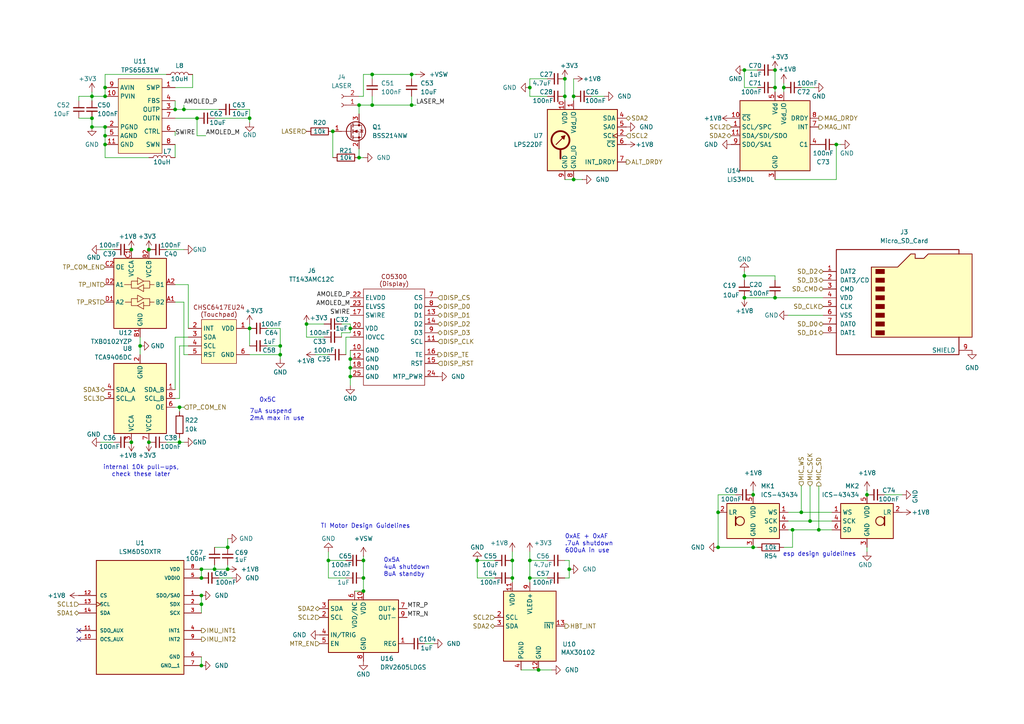
<source format=kicad_sch>
(kicad_sch (version 20250114) (generator "eeschema") (generator_version "9.0")
  (paper "A4")
  (text "0xAE + 0xAF\n.7uA shutdown\n600uA in use" (at 163.83 160.528 0) (effects (font (size 1.27 1.27)) (justify left bottom)))
  (text "internal 10k pull-ups,\ncheck these later" (at 40.894 136.652 0) (effects (font (size 1.27 1.27))))
  (text "esp design guidelines" (at 227.076 161.544 0) (effects (font (size 1.27 1.27)) (justify left bottom)))
  (text "TI Motor Design Guidelines" (at 92.964 153.416 0) (effects (font (size 1.27 1.27)) (justify left bottom)))
  (text "0x5C" (at 75.184 116.84 0) (effects (font (size 1.27 1.27)) (justify left bottom)))
  (text "7uA suspend\n2mA max in use" (at 72.39 122.174 0) (effects (font (size 1.27 1.27)) (justify left bottom)))
  (text "0x5A\n4uA shutdown\n8uA standby\n" (at 111.252 167.386 0) (effects (font (size 1.27 1.27)) (justify left bottom)))
  (junction (at 66.04 165.1))
  (junction (at 104.14 45.72))
  (junction (at 148.59 162.56))
  (junction (at 30.48 39.37))
  (junction (at 26.67 36.83))
  (junction (at 224.79 20.32))
  (junction (at 52.07 128.27))
  (junction (at 237.49 153.67))
  (junction (at 251.46 143.51))
  (junction (at 105.41 167.64))
  (junction (at 26.67 34.29))
  (junction (at 101.6 104.14))
  (junction (at 105.41 171.45))
  (junction (at 218.44 158.75))
  (junction (at 43.18 128.27))
  (junction (at 40.64 100.33))
  (junction (at 53.34 31.75))
  (junction (at 57.15 34.29))
  (junction (at 107.95 30.48))
  (junction (at 163.83 27.94))
  (junction (at 148.59 167.64))
  (junction (at 215.9 20.32))
  (junction (at 43.18 72.39))
  (junction (at 26.67 27.94))
  (junction (at 215.9 86.36))
  (junction (at 30.48 27.94))
  (junction (at 52.07 118.11))
  (junction (at 153.67 167.64))
  (junction (at 96.52 38.1))
  (junction (at 138.43 162.56))
  (junction (at 153.67 162.56))
  (junction (at 104.14 30.48))
  (junction (at 101.6 109.22))
  (junction (at 72.39 95.25))
  (junction (at 242.57 41.91))
  (junction (at 81.28 102.87))
  (junction (at 58.42 165.1))
  (junction (at 229.87 153.67))
  (junction (at 101.6 106.68))
  (junction (at 30.48 25.4))
  (junction (at 218.44 143.51))
  (junction (at 38.1 72.39))
  (junction (at 208.28 148.59))
  (junction (at 166.37 52.07))
  (junction (at 72.39 34.29))
  (junction (at 58.42 175.26))
  (junction (at 101.6 95.25))
  (junction (at 215.9 80.01))
  (junction (at 62.23 165.1))
  (junction (at 66.04 158.75))
  (junction (at 166.37 27.94))
  (junction (at 119.38 30.48))
  (junction (at 88.9 93.98))
  (junction (at 107.95 21.59))
  (junction (at 119.38 21.59))
  (junction (at 224.79 25.4))
  (junction (at 208.28 158.75))
  (junction (at 105.41 162.56))
  (junction (at 38.1 128.27))
  (junction (at 227.33 25.4))
  (junction (at 58.42 167.64))
  (junction (at 95.25 162.56))
  (junction (at 58.42 193.04))
  (junction (at 156.21 194.31))
  (junction (at 232.41 148.59))
  (junction (at 224.79 86.36))
  (junction (at 234.95 151.13))
  (junction (at 165.1 165.1))
  (junction (at 58.42 172.72))
  (junction (at 163.83 22.86))
  (junction (at 30.48 41.91))
  (junction (at 30.48 36.83))
  (junction (at 153.67 25.4))
  (junction (at 50.8 31.75))
  (junction (at 81.28 100.33))
  (no_connect (at 22.86 182.88))
  (no_connect (at 22.86 185.42))
  (wire (pts (xy 53.34 30.48) (xy 53.34 31.75)))
  (wire (pts (xy 26.67 27.94) (xy 26.67 29.21)))
  (wire (pts (xy 107.95 30.48) (xy 119.38 30.48)))
  (wire (pts (xy 242.57 52.07) (xy 242.57 41.91)))
  (wire (pts (xy 229.87 153.67) (xy 237.49 153.67)))
  (wire (pts (xy 48.26 72.39) (xy 53.34 72.39)))
  (wire (pts (xy 153.67 167.64) (xy 153.67 168.91)))
  (wire (pts (xy 50.8 118.11) (xy 52.07 118.11)))
  (wire (pts (xy 29.21 128.27) (xy 33.02 128.27)))
  (wire (pts (xy 30.48 21.59) (xy 30.48 25.4)))
  (wire (pts (xy 72.39 93.98) (xy 72.39 95.25)))
  (wire (pts (xy 224.79 20.32) (xy 224.79 25.4)))
  (wire (pts (xy 30.48 21.59) (xy 48.26 21.59)))
  (wire (pts (xy 251.46 142.24) (xy 251.46 143.51)))
  (wire (pts (xy 224.79 81.28) (xy 224.79 80.01)))
  (wire (pts (xy 153.67 160.02) (xy 153.67 162.56)))
  (wire (pts (xy 105.41 161.29) (xy 105.41 162.56)))
  (wire (pts (xy 158.75 167.64) (xy 153.67 167.64)))
  (wire (pts (xy 63.5 167.64) (xy 67.31 167.64)))
  (wire (pts (xy 101.6 101.6) (xy 101.6 104.14)))
  (wire (pts (xy 72.39 34.29) (xy 72.39 35.56)))
  (wire (pts (xy 138.43 162.56) (xy 138.43 167.64)))
  (wire (pts (xy 91.44 102.87) (xy 95.25 102.87)))
  (wire (pts (xy 232.41 25.4) (xy 236.22 25.4)))
  (wire (pts (xy 62.23 165.1) (xy 62.23 163.83)))
  (wire (pts (xy 99.06 97.79) (xy 99.06 96.52)))
  (wire (pts (xy 218.44 158.75) (xy 219.71 158.75)))
  (wire (pts (xy 105.41 27.94) (xy 104.14 27.94)))
  (wire (pts (xy 52.07 128.27) (xy 48.26 128.27)))
  (wire (pts (xy 232.41 148.59) (xy 241.3 148.59)))
  (wire (pts (xy 96.52 38.1) (xy 96.52 45.72)))
  (wire (pts (xy 158.75 27.94) (xy 153.67 27.94)))
  (wire (pts (xy 153.67 162.56) (xy 153.67 167.64)))
  (wire (pts (xy 50.8 82.55) (xy 54.61 82.55)))
  (wire (pts (xy 163.83 52.07) (xy 166.37 52.07)))
  (wire (pts (xy 168.91 52.07) (xy 166.37 52.07)))
  (wire (pts (xy 163.83 167.64) (xy 165.1 167.64)))
  (wire (pts (xy 93.98 97.79) (xy 88.9 97.79)))
  (wire (pts (xy 215.9 25.4) (xy 219.71 25.4)))
  (wire (pts (xy 77.47 95.25) (xy 81.28 95.25)))
  (wire (pts (xy 218.44 142.24) (xy 218.44 143.51)))
  (wire (pts (xy 104.14 43.18) (xy 104.14 45.72)))
  (wire (pts (xy 52.07 100.33) (xy 54.61 100.33)))
  (wire (pts (xy 81.28 102.87) (xy 81.28 104.14)))
  (wire (pts (xy 30.48 36.83) (xy 26.67 36.83)))
  (wire (pts (xy 100.33 97.79) (xy 100.33 102.87)))
  (wire (pts (xy 50.8 39.37) (xy 50.8 38.1)))
  (wire (pts (xy 88.9 97.79) (xy 88.9 93.98)))
  (wire (pts (xy 158.75 162.56) (xy 153.67 162.56)))
  (wire (pts (xy 95.25 162.56) (xy 95.25 160.02)))
  (wire (pts (xy 148.59 167.64) (xy 148.59 168.91)))
  (wire (pts (xy 156.21 194.31) (xy 151.13 194.31)))
  (wire (pts (xy 100.33 97.79) (xy 101.6 97.79)))
  (wire (pts (xy 53.34 128.27) (xy 52.07 128.27)))
  (wire (pts (xy 30.48 39.37) (xy 30.48 41.91)))
  (wire (pts (xy 224.79 86.36) (xy 238.76 86.36)))
  (wire (pts (xy 81.28 100.33) (xy 81.28 102.87)))
  (wire (pts (xy 234.95 151.13) (xy 241.3 151.13)))
  (wire (pts (xy 100.33 162.56) (xy 95.25 162.56)))
  (wire (pts (xy 101.6 109.22) (xy 101.6 111.76)))
  (wire (pts (xy 50.8 97.79) (xy 50.8 113.03)))
  (wire (pts (xy 81.28 95.25) (xy 81.28 100.33)))
  (wire (pts (xy 256.54 143.51) (xy 261.62 143.51)))
  (wire (pts (xy 105.41 162.56) (xy 105.41 167.64)))
  (wire (pts (xy 62.23 34.29) (xy 72.39 34.29)))
  (wire (pts (xy 237.49 153.67) (xy 241.3 153.67)))
  (wire (pts (xy 105.41 45.72) (xy 104.14 45.72)))
  (wire (pts (xy 148.59 160.02) (xy 148.59 162.56)))
  (wire (pts (xy 50.8 25.4) (xy 55.88 25.4)))
  (wire (pts (xy 224.79 52.07) (xy 242.57 52.07)))
  (wire (pts (xy 153.67 22.86) (xy 153.67 25.4)))
  (wire (pts (xy 58.42 190.5) (xy 58.42 193.04)))
  (wire (pts (xy 40.64 97.79) (xy 40.64 100.33)))
  (wire (pts (xy 228.6 151.13) (xy 234.95 151.13)))
  (wire (pts (xy 58.42 175.26) (xy 58.42 177.8)))
  (wire (pts (xy 101.6 93.98) (xy 101.6 95.25)))
  (wire (pts (xy 232.41 140.97) (xy 232.41 148.59)))
  (wire (pts (xy 215.9 86.36) (xy 224.79 86.36)))
  (wire (pts (xy 72.39 31.75) (xy 72.39 34.29)))
  (wire (pts (xy 228.6 153.67) (xy 229.87 153.67)))
  (wire (pts (xy 119.38 30.48) (xy 120.65 30.48)))
  (wire (pts (xy 101.6 104.14) (xy 101.6 106.68)))
  (wire (pts (xy 50.8 41.91) (xy 50.8 45.72)))
  (wire (pts (xy 50.8 34.29) (xy 57.15 34.29)))
  (wire (pts (xy 72.39 95.25) (xy 72.39 100.33)))
  (wire (pts (xy 50.8 31.75) (xy 53.34 31.75)))
  (wire (pts (xy 218.44 158.75) (xy 208.28 158.75)))
  (wire (pts (xy 26.67 26.67) (xy 26.67 27.94)))
  (wire (pts (xy 101.6 106.68) (xy 101.6 109.22)))
  (wire (pts (xy 163.83 27.94) (xy 163.83 29.21)))
  (wire (pts (xy 22.86 34.29) (xy 26.67 34.29)))
  (wire (pts (xy 234.95 140.97) (xy 234.95 151.13)))
  (wire (pts (xy 227.33 24.13) (xy 227.33 25.4)))
  (wire (pts (xy 251.46 160.02) (xy 251.46 158.75)))
  (wire (pts (xy 228.6 91.44) (xy 238.76 91.44)))
  (wire (pts (xy 237.49 140.97) (xy 237.49 153.67)))
  (wire (pts (xy 66.04 158.75) (xy 62.23 158.75)))
  (wire (pts (xy 219.71 20.32) (xy 215.9 20.32)))
  (wire (pts (xy 119.38 21.59) (xy 120.65 21.59)))
  (wire (pts (xy 215.9 81.28) (xy 215.9 80.01)))
  (wire (pts (xy 107.95 21.59) (xy 107.95 22.86)))
  (wire (pts (xy 50.8 97.79) (xy 54.61 97.79)))
  (wire (pts (xy 228.6 148.59) (xy 232.41 148.59)))
  (wire (pts (xy 59.69 39.37) (xy 57.15 39.37)))
  (wire (pts (xy 100.33 167.64) (xy 95.25 167.64)))
  (wire (pts (xy 30.48 45.72) (xy 30.48 41.91)))
  (wire (pts (xy 52.07 118.11) (xy 52.07 119.38)))
  (wire (pts (xy 30.48 36.83) (xy 30.48 39.37)))
  (wire (pts (xy 166.37 22.86) (xy 166.37 27.94)))
  (wire (pts (xy 101.6 96.52) (xy 101.6 95.25)))
  (wire (pts (xy 22.86 27.94) (xy 26.67 27.94)))
  (wire (pts (xy 243.84 41.91) (xy 242.57 41.91)))
  (wire (pts (xy 165.1 165.1) (xy 165.1 162.56)))
  (wire (pts (xy 58.42 165.1) (xy 58.42 167.64)))
  (wire (pts (xy 163.83 27.94) (xy 163.83 22.86)))
  (wire (pts (xy 224.79 25.4) (xy 224.79 26.67)))
  (wire (pts (xy 66.04 163.83) (xy 66.04 165.1)))
  (wire (pts (xy 53.34 87.63) (xy 53.34 102.87)))
  (wire (pts (xy 153.67 25.4) (xy 153.67 27.94)))
  (wire (pts (xy 227.33 25.4) (xy 227.33 26.67)))
  (wire (pts (xy 57.15 39.37) (xy 57.15 34.29)))
  (wire (pts (xy 88.9 93.98) (xy 93.98 93.98)))
  (wire (pts (xy 22.86 27.94) (xy 22.86 29.21)))
  (wire (pts (xy 54.61 82.55) (xy 54.61 95.25)))
  (wire (pts (xy 99.06 96.52) (xy 101.6 96.52)))
  (wire (pts (xy 53.34 102.87) (xy 54.61 102.87)))
  (wire (pts (xy 66.04 165.1) (xy 62.23 165.1)))
  (wire (pts (xy 43.18 45.72) (xy 30.48 45.72)))
  (wire (pts (xy 208.28 143.51) (xy 208.28 148.59)))
  (wire (pts (xy 53.34 87.63) (xy 50.8 87.63)))
  (wire (pts (xy 171.45 27.94) (xy 175.26 27.94)))
  (wire (pts (xy 119.38 21.59) (xy 119.38 22.86)))
  (wire (pts (xy 102.87 171.45) (xy 105.41 171.45)))
  (wire (pts (xy 30.48 25.4) (xy 30.48 27.94)))
  (wire (pts (xy 52.07 118.11) (xy 53.34 118.11)))
  (wire (pts (xy 165.1 167.64) (xy 165.1 165.1)))
  (wire (pts (xy 66.04 156.21) (xy 66.04 158.75)))
  (wire (pts (xy 119.38 27.94) (xy 119.38 30.48)))
  (wire (pts (xy 50.8 115.57) (xy 52.07 115.57)))
  (wire (pts (xy 148.59 162.56) (xy 148.59 167.64)))
  (wire (pts (xy 77.47 100.33) (xy 81.28 100.33)))
  (wire (pts (xy 26.67 36.83) (xy 26.67 34.29)))
  (wire (pts (xy 99.06 93.98) (xy 101.6 93.98)))
  (wire (pts (xy 166.37 27.94) (xy 166.37 29.21)))
  (wire (pts (xy 123.19 186.69) (xy 125.73 186.69)))
  (wire (pts (xy 215.9 78.74) (xy 215.9 80.01)))
  (wire (pts (xy 208.28 148.59) (xy 208.28 158.75)))
  (wire (pts (xy 55.88 25.4) (xy 55.88 21.59)))
  (wire (pts (xy 107.95 30.48) (xy 104.14 30.48)))
  (wire (pts (xy 50.8 29.21) (xy 50.8 31.75)))
  (wire (pts (xy 215.9 80.01) (xy 224.79 80.01)))
  (wire (pts (xy 143.51 162.56) (xy 138.43 162.56)))
  (wire (pts (xy 105.41 167.64) (xy 105.41 171.45)))
  (wire (pts (xy 104.14 30.48) (xy 104.14 33.02)))
  (wire (pts (xy 160.02 194.31) (xy 156.21 194.31)))
  (wire (pts (xy 213.36 143.51) (xy 208.28 143.51)))
  (wire (pts (xy 138.43 167.64) (xy 143.51 167.64)))
  (wire (pts (xy 52.07 127) (xy 52.07 128.27)))
  (wire (pts (xy 158.75 22.86) (xy 153.67 22.86)))
  (wire (pts (xy 58.42 172.72) (xy 58.42 175.26)))
  (wire (pts (xy 107.95 21.59) (xy 119.38 21.59)))
  (wire (pts (xy 229.87 158.75) (xy 227.33 158.75)))
  (wire (pts (xy 165.1 162.56) (xy 163.83 162.56)))
  (wire (pts (xy 72.39 102.87) (xy 81.28 102.87)))
  (wire (pts (xy 105.41 21.59) (xy 107.95 21.59)))
  (wire (pts (xy 40.64 100.33) (xy 40.64 102.87)))
  (wire (pts (xy 58.42 165.1) (xy 62.23 165.1)))
  (wire (pts (xy 68.58 31.75) (xy 72.39 31.75)))
  (wire (pts (xy 29.21 72.39) (xy 33.02 72.39)))
  (wire (pts (xy 95.25 167.64) (xy 95.25 162.56)))
  (wire (pts (xy 26.67 27.94) (xy 30.48 27.94)))
  (wire (pts (xy 53.34 31.75) (xy 63.5 31.75)))
  (wire (pts (xy 229.87 153.67) (xy 229.87 158.75)))
  (wire (pts (xy 215.9 20.32) (xy 215.9 25.4)))
  (wire (pts (xy 105.41 21.59) (xy 105.41 27.94)))
  (wire (pts (xy 52.07 100.33) (xy 52.07 115.57)))
  (wire (pts (xy 107.95 27.94) (xy 107.95 30.48)))
  (label "SWIRE" (at 101.6 91.44 180))
  (label "MTR_P" (at 118.11 176.53 0))
  (label "LASER_M" (at 120.65 30.48 0))
  (label "AMOLED_P" (at 53.34 30.48 0))
  (label "SWIRE" (at 50.8 39.37 0))
  (label "AMOLED_M" (at 59.69 39.37 0))
  (label "MTR_N" (at 118.11 179.07 0))
  (label "AMOLED_P" (at 101.6 86.36 180))
  (label "AMOLED_M" (at 101.6 88.9 180))
  (hierarchical_label "IMU_INT2" (shape output) (at 58.42 185.42 0))
  (hierarchical_label "DISP_CLK" (shape input) (at 127 99.06 0))
  (hierarchical_label "LASER" (shape input) (at 88.9 38.1 180))
  (hierarchical_label "SD_D3" (shape bidirectional) (at 238.76 81.28 180))
  (hierarchical_label "DISP_D0" (shape bidirectional) (at 127 88.9 0))
  (hierarchical_label "DISP_CS" (shape input) (at 127 86.36 0))
  (hierarchical_label "DISP_RST" (shape input) (at 127 105.41 0))
  (hierarchical_label "SD_D1" (shape bidirectional) (at 238.76 96.52 180))
  (hierarchical_label "SD_D0" (shape bidirectional) (at 238.76 93.98 180))
  (hierarchical_label "DISP_D1" (shape bidirectional) (at 127 91.44 0))
  (hierarchical_label "TP_COM_EN" (shape input) (at 53.34 118.11 0))
  (hierarchical_label "DISP_TE" (shape output) (at 127 102.87 0))
  (hierarchical_label "SDA2" (shape bidirectional) (at 212.09 39.37 180))
  (hierarchical_label "TP_COM_EN" (shape input) (at 30.48 77.47 180))
  (hierarchical_label "TP_RST" (shape input) (at 30.48 87.63 180))
  (hierarchical_label "SCL2" (shape input) (at 92.71 179.07 180))
  (hierarchical_label "SDA2" (shape bidirectional) (at 181.61 34.29 0))
  (hierarchical_label "MIC_SCK" (shape input) (at 234.95 140.97 90))
  (hierarchical_label "MTR_EN" (shape input) (at 92.71 186.69 180))
  (hierarchical_label "SCL2" (shape input) (at 143.51 179.07 180))
  (hierarchical_label "SDA2" (shape bidirectional) (at 143.51 181.61 180))
  (hierarchical_label "MIC_WS" (shape input) (at 232.41 140.97 90))
  (hierarchical_label "SD_CLK" (shape input) (at 238.76 88.9 180))
  (hierarchical_label "TP_INT" (shape input) (at 30.48 82.55 180))
  (hierarchical_label "MAG_DRDY" (shape output) (at 237.49 34.29 0))
  (hierarchical_label "SCL2" (shape input) (at 212.09 36.83 180))
  (hierarchical_label "IMU_INT1" (shape output) (at 58.42 182.88 0))
  (hierarchical_label "SD_CMD" (shape bidirectional) (at 238.76 83.82 180))
  (hierarchical_label "MAG_INT" (shape output) (at 237.49 36.83 0))
  (hierarchical_label "SCL1" (shape input) (at 22.86 175.26 180))
  (hierarchical_label "HBT_INT" (shape output) (at 163.83 181.61 0))
  (hierarchical_label "SD_D2" (shape bidirectional) (at 238.76 78.74 180))
  (hierarchical_label "DISP_D2" (shape bidirectional) (at 127 93.98 0))
  (hierarchical_label "SCL3" (shape input) (at 30.48 115.57 180))
  (hierarchical_label "DISP_D3" (shape bidirectional) (at 127 96.52 0))
  (hierarchical_label "SDA3" (shape bidirectional) (at 30.48 113.03 180))
  (hierarchical_label "SDA1" (shape bidirectional) (at 22.86 177.8 180))
  (hierarchical_label "ALT_DRDY" (shape output) (at 181.61 46.99 0))
  (hierarchical_label "SDA2" (shape bidirectional) (at 92.71 176.53 180))
  (hierarchical_label "MIC_SD" (shape output) (at 237.49 140.97 90))
  (hierarchical_label "SCL2" (shape input) (at 181.61 39.37 0))
  (symbol (lib_id "Device:R") (at 223.52 158.75 90) (unit 1)
    (property "Reference" "R54" (at 223.52 161.29 90))
    (property "Value" "10k" (at 223.52 158.75 90))
    (property "Footprint" "Resistor_SMD:R_0402_1005Metric" (effects (hide yes)))
  )
  (symbol (lib_name "GND_2") (lib_id "power:GND") (at 181.61 36.83 90) (unit 1)
    (property "Reference" "#PWR043" (effects (hide yes)))
    (property "Value" "GND" (at 185.42 36.8299 90) (effects (justify right)))
    (property "Description" "Power symbol creates a global label with name \"GND\" , ground" (effects (hide yes)))
  )
  (symbol (lib_id "Device:C_Small") (at 215.9 83.82 180) (unit 1)
    (property "Reference" "C19" (at 211.582 82.804 0))
    (property "Value" "10uF" (at 212.09 85.598 0))
    (property "Description" "Unpolarized capacitor, small symbol" (effects (hide yes)))
  )
  (symbol (lib_id "Device:C_Small") (at 240.03 41.91 270) (unit 1)
    (property "Reference" "C73" (at 238.76 46.99 90))
    (property "Value" "100nF" (at 238.76 44.45 90))
    (property "Footprint" "Capacitor_SMD:C_0402_1005Metric" (effects (hide yes)))
  )
  (symbol (lib_id "Device:C_Small") (at 62.23 161.29 0) (mirror y) (unit 1)
    (property "Reference" "C67" (at 58.928 160.274 0) (effects (justify left)))
    (property "Value" "100nF" (at 59.944 162.052 0) (effects (justify left)))
    (property "Footprint" "Capacitor_SMD:C_0402_1005Metric" (effects (hide yes)))
  )
  (symbol (lib_id "power:+3V3") (at 43.18 72.39 0) (mirror y) (unit 1)
    (property "Reference" "#PWR083" (effects (hide yes)))
    (property "Value" "+3V3" (at 42.672 68.58 0))
  )
  (symbol (lib_id "power:GND") (at 72.39 35.56 0) (unit 1)
    (property "Reference" "#PWR081" (effects (hide yes)))
    (property "Value" "GND" (at 70.358 39.116 0) (effects (justify left)))
  )
  (symbol (lib_id "power:GND") (at 58.42 193.04 90) (unit 1)
    (property "Reference" "#PWR0162" (effects (hide yes)))
    (property "Value" "GND" (at 62.23 193.0399 90) (effects (justify right)))
  )
  (symbol (lib_id "power:GND") (at 58.42 172.72 90) (unit 1)
    (property "Reference" "#PWR0160" (effects (hide yes)))
    (property "Value" "GND" (at 62.23 172.7199 90) (effects (justify right)))
  )
  (symbol (lib_id "power:GND") (at 67.31 167.64 90) (unit 1)
    (property "Reference" "#PWR0159" (effects (hide yes)))
    (property "Value" "GND" (at 71.12 167.6399 90) (effects (justify right)))
  )
  (symbol (lib_id "Driver_Haptic:DRV2605LDGS") (at 105.41 181.61 0) (unit 1)
    (property "Reference" "U16" (at 110.236 191.008 0) (effects (justify left)))
    (property "Value" "DRV2605LDGS" (at 110.236 193.548 0) (effects (justify left)))
    (property "Footprint" "Package_SO:VSSOP-10_3x3mm_P0.5mm" (effects (hide yes)))
    (property "Datasheet" "http://www.ti.com/lit/ds/symlink/drv2605l.pdf" (effects (hide yes)))
    (property "Description" "Haptic driver for LRAs and ERMs with effect library, 2-5.2V, VSSOP-10" (effects (hide yes)))
  )
  (symbol (lib_id "Device:C_Small") (at 45.72 72.39 270) (unit 1)
    (property "Reference" "C40" (at 49.53 73.66 90))
    (property "Value" "100nF" (at 49.53 71.12 90))
    (property "Description" "Unpolarized capacitor, small symbol" (effects (hide yes)))
  )
  (symbol (lib_id "Device:C_Small") (at 22.86 31.75 180) (unit 1)
    (property "Reference" "C52" (at 20.32 30.48 0) (effects (justify left)))
    (property "Value" "10uF" (at 20.32 33.02 0) (effects (justify left)))
    (property "Footprint" "Capacitor_SMD:C_0402_1005Metric" (effects (hide yes)))
  )
  (symbol (lib_id "Device:C_Small") (at 97.79 102.87 90) (mirror x) (unit 1)
    (property "Reference" "C35" (at 93.98 104.14 90))
    (property "Value" "100nF" (at 93.98 101.6 90))
    (property "Footprint" "Capacitor_SMD:C_0402_1005Metric" (effects (hide yes)))
  )
  (symbol (lib_id "power:GND") (at 105.41 191.77 0) (unit 1)
    (property "Reference" "#PWR055" (effects (hide yes)))
    (property "Value" "GND" (at 107.442 195.58 0) (effects (justify right)))
  )
  (symbol (lib_id "power:+1V8") (at 166.37 22.86 270) (unit 1)
    (property "Reference" "#PWR016" (effects (hide yes)))
    (property "Value" "+1V8" (at 171.704 22.86 90))
  )
  (symbol (lib_id "power:+3V3") (at 26.67 26.67 0) (unit 1)
    (property "Reference" "#PWR072" (effects (hide yes)))
    (property "Value" "+3V3" (at 25.4 22.86 0))
  )
  (symbol (lib_id "power:GND") (at 281.94 101.6 0) (unit 1)
    (property "Reference" "#PWR0138" (effects (hide yes)))
    (property "Value" "GND" (at 281.94 106.68 0))
    (property "Description" "Power symbol creates a global label with name \"GND\" , ground" (effects (hide yes)))
  )
  (symbol (lib_name "+1V8_2") (lib_id "power:+1V8") (at 38.1 72.39 0) (mirror y) (unit 1)
    (property "Reference" "#PWR080" (effects (hide yes)))
    (property "Value" "+1V8" (at 37.084 68.58 0))
    (property "Description" "Power symbol creates a global label with name \"+1V8\"" (effects (hide yes)))
  )
  (symbol (lib_id "power:+VSW") (at 120.65 21.59 270) (unit 1)
    (property "Reference" "#PWR025" (effects (hide yes)))
    (property "Value" "+VSW" (at 124.46 21.5899 90) (effects (justify left)))
    (property "Description" "Power symbol creates a global label with name \"+VSW\"" (effects (hide yes)))
  )
  (symbol (lib_name "GND_2") (lib_id "power:GND") (at 175.26 27.94 90) (unit 1)
    (property "Reference" "#PWR045" (effects (hide yes)))
    (property "Value" "GND" (at 179.07 27.9399 90) (effects (justify right)))
    (property "Description" "Power symbol creates a global label with name \"GND\" , ground" (effects (hide yes)))
  )
  (symbol (lib_id "Sensor_Magnetic:LIS3MDL") (at 224.79 39.37 0) (unit 1)
    (property "Reference" "U14" (at 210.82 49.53 0) (effects (justify left)))
    (property "Value" "LIS3MDL" (at 210.82 52.07 0) (effects (justify left)))
    (property "Footprint" "Package_LGA:LGA-12_2x2mm_P0.5mm" (effects (hide yes)))
    (property "Datasheet" "https://www.st.com/resource/en/datasheet/lis3mdl.pdf" (effects (hide yes)))
  )
  (symbol (lib_id "Device:C_Small") (at 102.87 167.64 270) (mirror x) (unit 1)
    (property "Reference" "C102" (at 96.52 166.37 90) (effects (justify left)))
    (property "Value" "1uF" (at 97.79 168.91 90) (effects (justify left)))
    (property "Footprint" "Capacitor_SMD:C_0402_1005Metric" (effects (hide yes)))
  )
  (symbol (lib_id "Transistor_FET:BSS214NW") (at 101.6 38.1 0) (unit 1)
    (property "Reference" "Q1" (at 107.95 36.8299 0) (effects (justify left)))
    (property "Value" "BSS214NW" (at 107.95 39.3699 0) (effects (justify left)))
    (property "Footprint" "Package_TO_SOT_SMD:SOT-323_SC-70" (effects (hide yes)))
    (property "Datasheet" "https://www.infineon.com/dgdl/Infineon-BSS214NW-DS-v02_02-en.pdf?fileId=db3a30431b3e89eb011b695aebc01bde" (effects (hide yes)))
    (property "Description" "20V Vds, 1.5A Id, N-Channel MOSFET, SOT-323" (effects (hide yes)))
  )
  (symbol (lib_id "Sensor_Audio:ICS-43434") (at 218.44 151.13 0) (unit 1)
    (property "Reference" "MK1" (at 220.6341 140.97 0) (effects (justify left)))
    (property "Value" "ICS-43434" (at 220.6341 143.51 0) (effects (justify left)))
    (property "Footprint" "Sensor_Audio:InvenSense_ICS-43434-6_3.5x2.65mm" (effects (hide yes)))
    (property "Datasheet" "https://www.invensense.com/wp-content/uploads/2016/02/DS-000069-ICS-43434-v1.2.pdf" (effects (hide yes)))
  )
  (symbol (lib_id "Device:L") (at 46.99 45.72 90) (unit 1)
    (property "Reference" "L7" (at 48.514 43.942 90))
    (property "Value" "10uH" (at 46.99 46.99 90))
    (property "Footprint" "Inductor_SMD:L_1008_2520Metric" (effects (hide yes)))
  )
  (symbol (lib_name "+1V8_1") (lib_id "power:+1V8") (at 227.33 24.13 0) (unit 1)
    (property "Reference" "#PWR052" (effects (hide yes)))
    (property "Value" "+1V8" (at 228.346 20.066 0))
    (property "Description" "Power symbol creates a global label with name \"+1V8\"" (effects (hide yes)))
  )
  (symbol (lib_id "custom-lib:TT143AMC12C") (at 86.36 99.06 0) (unit 1)
    (property "Reference" "J6" (at 90.424 78.486 0))
    (property "Value" "TT143AMC12C" (at 90.424 81.026 0))
    (property "Footprint" "custom-lib:OK-14GF024-04" (effects (hide yes)))
    (property "Datasheet" "https://szzxv.com/static/upload/file/20220916/1663306962489471.pdf" (effects (hide yes)))
  )
  (symbol (lib_name "GND_2") (lib_id "power:GND") (at 168.91 52.07 90) (unit 1)
    (property "Reference" "#PWR044" (effects (hide yes)))
    (property "Value" "GND" (at 172.72 52.0699 90) (effects (justify right)))
    (property "Description" "Power symbol creates a global label with name \"GND\" , ground" (effects (hide yes)))
  )
  (symbol (lib_id "Interface:TCA9406DC") (at 40.64 115.57 0) (mirror x) (unit 1)
    (property "Reference" "U8" (at 38.354 101.092 0) (effects (justify right)))
    (property "Value" "TCA9406DC" (at 38.354 103.632 0) (effects (justify right)))
    (property "Datasheet" "www.ti.com/lit/ds/symlink/tca9406.pdf" (effects (hide yes)))
    (property "Description" "2-Bit Bidirectional 1-MHz, I2C Bus and SMBus Voltage-Level Translator With 8-kV HBM ESD" (effects (hide yes)))
  )
  (symbol (lib_id "power:GND") (at 66.04 156.21 90) (unit 1)
    (property "Reference" "#PWR0161" (effects (hide yes)))
    (property "Value" "GND" (at 69.342 156.21 90) (effects (justify right)))
  )
  (symbol (lib_id "Device:C_Small") (at 102.87 162.56 90) (mirror x) (unit 1)
    (property "Reference" "C65" (at 102.108 161.29 90) (effects (justify left)))
    (property "Value" "100nF" (at 102.108 163.83 90) (effects (justify left)))
    (property "Footprint" "Capacitor_SMD:C_0402_1005Metric" (effects (hide yes)))
  )
  (symbol (lib_id "Sensor_Audio:ICS-43434") (at 251.46 151.13 0) (mirror y) (unit 1)
    (property "Reference" "MK2" (at 249.2659 140.97 0) (effects (justify left)))
    (property "Value" "ICS-43434" (at 249.2659 143.51 0) (effects (justify left)))
    (property "Footprint" "Sensor_Audio:InvenSense_ICS-43434-6_3.5x2.65mm" (effects (hide yes)))
    (property "Datasheet" "https://www.invensense.com/wp-content/uploads/2016/02/DS-000069-ICS-43434-v1.2.pdf" (effects (hide yes)))
  )
  (symbol (lib_id "power:GND") (at 138.43 162.56 180) (unit 1)
    (property "Reference" "#PWR069" (effects (hide yes)))
    (property "Value" "GND" (at 136.398 158.75 0) (effects (justify right)))
  )
  (symbol (lib_id "Device:C_Small") (at 35.56 72.39 90) (mirror x) (unit 1)
    (property "Reference" "C39" (at 31.75 73.66 90))
    (property "Value" "100nF" (at 31.75 71.12 90))
    (property "Description" "Unpolarized capacitor, small symbol" (effects (hide yes)))
  )
  (symbol (lib_id "power:+3V3") (at 153.67 160.02 0) (unit 1)
    (property "Reference" "#PWR076" (effects (hide yes)))
    (property "Value" "+3V3" (at 157.48 157.48 0))
  )
  (symbol (lib_id "Device:R") (at 100.33 45.72 270) (unit 1)
    (property "Reference" "R21" (at 100.33 43.688 90))
    (property "Value" "10k" (at 100.33 45.72 90))
    (property "Description" "Resistor" (effects (hide yes)))
  )
  (symbol (lib_name "+1V8_3") (lib_id "power:+1V8") (at 22.86 172.72 90) (mirror x) (unit 1)
    (property "Reference" "#PWR010" (effects (hide yes)))
    (property "Value" "+1V8" (at 19.05 172.7199 90) (effects (justify left)))
    (property "Description" "Power symbol creates a global label with name \"+1V8\"" (effects (hide yes)))
  )
  (symbol (lib_id "power:GND") (at 165.1 165.1 90) (unit 1)
    (property "Reference" "#PWR079" (effects (hide yes)))
    (property "Value" "GND" (at 168.91 165.1 90) (effects (justify right)))
  )
  (symbol (lib_id "Device:C_Small") (at 66.04 161.29 0) (unit 1)
    (property "Reference" "C69" (at 68.072 160.274 0) (effects (justify left)))
    (property "Value" "1uF" (at 68.072 162.306 0) (effects (justify left)))
    (property "Footprint" "Capacitor_SMD:C_0402_1005Metric" (effects (hide yes)))
  )
  (symbol (lib_id "power:GND") (at 215.9 20.32 270) (unit 1)
    (property "Reference" "#PWR092" (effects (hide yes)))
    (property "Value" "GND" (at 213.36 22.86 90))
  )
  (symbol (lib_name "+1V8_2") (lib_id "power:+1V8") (at 261.62 148.59 270) (unit 1)
    (property "Reference" "#PWR058" (effects (hide yes)))
    (property "Value" "+1V8" (at 264.414 148.59 90) (effects (justify left)))
    (property "Description" "Power symbol creates a global label with name \"+1V8\"" (effects (hide yes)))
  )
  (symbol (lib_id "power:+1V8") (at 181.61 41.91 270) (unit 1)
    (property "Reference" "#PWR041" (effects (hide yes)))
    (property "Value" "+1V8" (at 186.944 41.91 90))
  )
  (symbol (lib_name "GND_1") (lib_id "power:GND") (at 105.41 45.72 90) (unit 1)
    (property "Reference" "#PWR070" (effects (hide yes)))
    (property "Value" "GND" (at 109.22 45.7199 90) (effects (justify right)))
    (property "Description" "Power symbol creates a global label with name \"GND\" , ground" (effects (hide yes)))
  )
  (symbol (lib_id "Device:C_Small") (at 66.04 31.75 270) (mirror x) (unit 1)
    (property "Reference" "C63" (at 67.31 30.48 90) (effects (justify left)))
    (property "Value" "10uF" (at 67.31 33.02 90) (effects (justify left)))
    (property "Footprint" "Capacitor_SMD:C_0402_1005Metric" (effects (hide yes)))
  )
  (symbol (lib_id "Device:C_Small") (at 215.9 143.51 90) (unit 1)
    (property "Reference" "C68" (at 212.09 142.24 90))
    (property "Value" "100nF" (at 212.09 144.78 90))
    (property "Footprint" "Capacitor_SMD:C_0402_1005Metric" (effects (hide yes)))
  )
  (symbol (lib_name "+1V8_2") (lib_id "power:+1V8") (at 218.44 142.24 0) (unit 1)
    (property "Reference" "#PWR056" (effects (hide yes)))
    (property "Value" "+1V8" (at 218.44 137.16 0))
    (property "Description" "Power symbol creates a global label with name \"+1V8\"" (effects (hide yes)))
  )
  (symbol (lib_id "power:+3V3") (at 224.79 20.32 0) (unit 1)
    (property "Reference" "#PWR051" (effects (hide yes)))
    (property "Value" "+3V3" (at 226.06 16.51 0))
  )
  (symbol (lib_name "+1V8_3") (lib_id "power:+1V8") (at 66.04 165.1 270) (unit 1)
    (property "Reference" "#PWR07" (effects (hide yes)))
    (property "Value" "+1V8" (at 69.85 165.0999 90) (effects (justify left)))
    (property "Description" "Power symbol creates a global label with name \"+1V8\"" (effects (hide yes)))
  )
  (symbol (lib_id "custom-lib:LSM6DSOXTR") (at 40.64 177.8 0) (unit 1)
    (property "Reference" "U1" (at 40.64 157.48 0))
    (property "Value" "LSM6DSOXTR" (at 40.64 160.02 0))
    (property "Footprint" "Package_LGA:LGA-14_3x2.5mm_P0.5mm_LayoutBorder3x4y" (effects (hide yes)))
    (property "PARTREV" "3.0" (effects (hide yes)))
    (property "MANUFACTURER" "ST Microelectronics" (effects (hide yes)))
    (property "STANDARD" "IPC7351B" (effects (hide yes)))
  )
  (symbol (lib_id "power:+3V3") (at 163.83 22.86 0) (unit 1)
    (property "Reference" "#PWR050" (effects (hide yes)))
    (property "Value" "+3V3" (at 165.1 19.05 0))
  )
  (symbol (lib_id "Device:C_Small") (at 119.38 25.4 0) (unit 1)
    (property "Reference" "C53" (at 121.92 24.1362 0) (effects (justify left)))
    (property "Value" "10uF" (at 121.92 26.6762 0) (effects (justify left)))
    (property "Description" "Unpolarized capacitor, small symbol" (effects (hide yes)))
  )
  (symbol (lib_id "Connector:Conn_01x02_Socket") (at 99.06 30.48 180) (unit 1)
    (property "Reference" "J4" (at 99.06 22.352 0))
    (property "Value" "LASER" (at 99.06 24.892 0))
    (property "Description" "Generic connector, single row, 01x02, script generated" (effects (hide yes)))
  )
  (symbol (lib_id "Logic_LevelTranslator:TXB0102YZP") (at 40.64 85.09 0) (unit 1)
    (property "Reference" "U12" (at 38.354 96.52 0) (effects (justify right)))
    (property "Value" "TXB0102YZP" (at 38.354 99.06 0) (effects (justify right)))
    (property "Footprint" "Package_BGA:Texas_DSBGA-8_0.9x1.9mm_Layout2x4_P0.5mm" (effects (hide yes)))
    (property "Datasheet" "http://www.ti.com/lit/ds/symlink/txb0102.pdf" (effects (hide yes)))
    (property "Description" "2-Bit Bidirectional Voltage-Level Translator in DSBGA Package  With Auto Direction Sensing and ±15-kV ESD Protection" (effects (hide yes)))
  )
  (symbol (lib_id "Device:C_Small") (at 74.93 100.33 90) (mirror x) (unit 1)
    (property "Reference" "C58" (at 80.01 101.6 90) (effects (justify left)))
    (property "Value" "1uF" (at 80.01 99.06 90) (effects (justify left)))
    (property "Footprint" "Capacitor_SMD:C_0402_1005Metric" (effects (hide yes)))
  )
  (symbol (lib_id "power:+VSW") (at 105.41 161.29 0) (unit 1)
    (property "Reference" "#PWR059" (effects (hide yes)))
    (property "Value" "+VSW" (at 105.41 156.21 0))
    (property "Description" "Power symbol creates a global label with name \"+VSW\"" (effects (hide yes)))
  )
  (symbol (lib_id "custom-lib:TPS65631W") (at 40.64 33.02 0) (unit 1)
    (property "Reference" "U11" (at 40.64 17.78 0))
    (property "Value" "TPS65631W" (at 40.64 20.32 0))
    (property "Footprint" "Package_SON:WSON-10-1EP_2.5x2.5mm_P0.5mm_EP1.2x2mm_ThermalVias" (effects (hide yes)))
    (property "Datasheet" "https://www.ti.com/lit/ds/symlink/tps65631w.pdf?ts=1717815285268&ref_url=https%253A%252F%252Fwww.ti.com%252Fpower-management%252Flcd-oled-display-power-drivers%252Fproducts.html" (effects (hide yes)))
  )
  (symbol (lib_id "Device:R") (at 52.07 123.19 0) (unit 1)
    (property "Reference" "R22" (at 53.594 121.92 0) (effects (justify left)))
    (property "Value" "10k" (at 53.594 124.46 0) (effects (justify left)))
    (property "Description" "Resistor" (effects (hide yes)))
  )
  (symbol (lib_id "power:GND") (at 92.71 184.15 270) (unit 1)
    (property "Reference" "#PWR064" (effects (hide yes)))
    (property "Value" "GND" (at 88.9 184.1499 90) (effects (justify right)))
  )
  (symbol (lib_id "power:GND") (at 29.21 128.27 270) (unit 1)
    (property "Reference" "#PWR077" (effects (hide yes)))
    (property "Value" "GND" (at 27.178 125.984 90))
  )
  (symbol (lib_id "Device:C_Small") (at 222.25 20.32 90) (mirror x) (unit 1)
    (property "Reference" "C70" (at 220.98 19.05 90) (effects (justify left)))
    (property "Value" "1uF" (at 220.98 21.59 90) (effects (justify left)))
    (property "Footprint" "Capacitor_SMD:C_0402_1005Metric" (effects (hide yes)))
  )
  (symbol (lib_id "power:GND") (at 160.02 194.31 90) (unit 1)
    (property "Reference" "#PWR078" (effects (hide yes)))
    (property "Value" "GND" (at 163.83 194.31 90) (effects (justify right)))
  )
  (symbol (lib_id "power:GND") (at 228.6 91.44 270) (unit 1)
    (property "Reference" "#PWR0142" (effects (hide yes)))
    (property "Value" "GND" (at 225.806 91.44 90) (effects (justify right)))
    (property "Description" "Power symbol creates a global label with name \"GND\" , ground" (effects (hide yes)))
  )
  (symbol (lib_id "power:GND") (at 212.09 41.91 270) (unit 1)
    (property "Reference" "#PWR090" (effects (hide yes)))
    (property "Value" "GND" (at 208.28 41.91 90) (effects (justify right)))
  )
  (symbol (lib_id "Device:C_Small") (at 59.69 34.29 270) (mirror x) (unit 1)
    (property "Reference" "C62" (at 60.706 33.02 90) (effects (justify left)))
    (property "Value" "10uF" (at 60.706 35.56 90) (effects (justify left)))
    (property "Footprint" "Capacitor_SMD:C_0402_1005Metric" (effects (hide yes)))
  )
  (symbol (lib_id "power:+3V3") (at 88.9 93.98 0) (mirror y) (unit 1)
    (property "Reference" "#PWR087" (effects (hide yes)))
    (property "Value" "+3V3" (at 92.456 92.202 0))
  )
  (symbol (lib_id "Device:C_Small") (at 161.29 162.56 90) (unit 1)
    (property "Reference" "C56" (at 157.48 161.29 90))
    (property "Value" "4.7uF" (at 157.48 163.83 90))
    (property "Footprint" "Capacitor_SMD:C_0402_1005Metric" (effects (hide yes)))
  )
  (symbol (lib_id "Device:C_Small") (at 96.52 93.98 270) (unit 1)
    (property "Reference" "C32" (at 97.282 92.71 90) (effects (justify left)))
    (property "Value" "1uF" (at 97.282 95.25 90) (effects (justify left)))
    (property "Footprint" "Capacitor_SMD:C_0402_1005Metric" (effects (hide yes)))
  )
  (symbol (lib_name "+1V8_2") (lib_id "power:+1V8") (at 251.46 142.24 0) (unit 1)
    (property "Reference" "#PWR057" (effects (hide yes)))
    (property "Value" "+1V8" (at 251.46 137.16 0))
    (property "Description" "Power symbol creates a global label with name \"+1V8\"" (effects (hide yes)))
  )
  (symbol (lib_id "power:GND") (at 29.21 72.39 270) (mirror x) (unit 1)
    (property "Reference" "#PWR068" (effects (hide yes)))
    (property "Value" "GND" (at 27.178 74.676 90))
  )
  (symbol (lib_id "power:GND") (at 251.46 160.02 0) (mirror y) (unit 1)
    (property "Reference" "#PWR097" (effects (hide yes)))
    (property "Value" "GND" (at 248.92 163.83 0) (effects (justify right)))
  )
  (symbol (lib_id "power:GND") (at 125.73 186.69 90) (unit 1)
    (property "Reference" "#PWR060" (effects (hide yes)))
    (property "Value" "GND" (at 129.54 186.6899 90) (effects (justify right)))
  )
  (symbol (lib_id "power:GND") (at 236.22 25.4 90) (unit 1)
    (property "Reference" "#PWR094" (effects (hide yes)))
    (property "Value" "GND" (at 237.49 27.94 90))
  )
  (symbol (lib_id "Device:C_Small") (at 161.29 167.64 90) (unit 1)
    (property "Reference" "C57" (at 157.48 166.37 90))
    (property "Value" "100nF" (at 157.48 168.91 90))
    (property "Footprint" "Capacitor_SMD:C_0402_1005Metric" (effects (hide yes)))
  )
  (symbol (lib_id "Device:C_Small") (at 26.67 31.75 0) (unit 1)
    (property "Reference" "C50" (at 28.194 30.48 0) (effects (justify left)))
    (property "Value" "100nF" (at 28.194 33.02 0) (effects (justify left)))
    (property "Footprint" "Capacitor_SMD:C_0402_1005Metric" (effects (hide yes)))
  )
  (symbol (lib_id "Device:C_Small") (at 107.95 25.4 0) (unit 1)
    (property "Reference" "C51" (at 110.49 24.1362 0) (effects (justify left)))
    (property "Value" "100nF" (at 110.49 26.6762 0) (effects (justify left)))
    (property "Description" "Unpolarized capacitor, small symbol" (effects (hide yes)))
  )
  (symbol (lib_id "power:+1V8") (at 148.59 160.02 0) (unit 1)
    (property "Reference" "#PWR075" (effects (hide yes)))
    (property "Value" "+1V8" (at 144.78 157.48 0))
  )
  (symbol (lib_id "power:GND") (at 101.6 111.76 0) (mirror y) (unit 1)
    (property "Reference" "#PWR086" (effects (hide yes)))
    (property "Value" "GND" (at 101.6 115.57 0))
  )
  (symbol (lib_name "+1V8_2") (lib_id "power:+1V8") (at 91.44 102.87 90) (unit 1)
    (property "Reference" "#PWR071" (effects (hide yes)))
    (property "Value" "+1V8" (at 88.646 104.648 90))
    (property "Description" "Power symbol creates a global label with name \"+1V8\"" (effects (hide yes)))
  )
  (symbol (lib_id "power:+1V8") (at 215.9 86.36 180) (unit 1)
    (property "Reference" "#PWR0147" (effects (hide yes)))
    (property "Value" "+1V8" (at 215.9 90.17 0))
    (property "Description" "Power symbol creates a global label with name \"+1V8\"" (effects (hide yes)))
  )
  (symbol (lib_name "GND_2") (lib_id "power:GND") (at 153.67 25.4 270) (unit 1)
    (property "Reference" "#PWR049" (effects (hide yes)))
    (property "Value" "GND" (at 149.86 25.3999 90) (effects (justify right)))
    (property "Description" "Power symbol creates a global label with name \"GND\" , ground" (effects (hide yes)))
  )
  (symbol (lib_id "power:GND") (at 208.28 158.75 270) (unit 1)
    (property "Reference" "#PWR088" (effects (hide yes)))
    (property "Value" "GND" (at 204.47 158.75 90) (effects (justify right)))
  )
  (symbol (lib_id "Connector:Micro_SD_Card") (at 261.62 86.36 0) (unit 1)
    (property "Reference" "J3" (at 262.255 67.31 0))
    (property "Value" "Micro_SD_Card" (at 262.255 69.85 0))
    (property "Footprint" "Connector_Card:microSD_HC_Molex_104031-0811" (effects (hide yes)))
    (property "Datasheet" "http://katalog.we-online.de/em/datasheet/693072010801.pdf" (effects (hide yes)))
    (property "Description" "Micro SD Card Socket" (effects (hide yes)))
  )
  (symbol (lib_id "Sensor_Pressure:LPS22DF") (at 168.91 41.91 0) (unit 1)
    (property "Reference" "U7" (at 157.48 39.3699 0) (effects (justify right)))
    (property "Value" "LPS22DF" (at 157.48 41.9099 0) (effects (justify right)))
    (property "Footprint" "Package_LGA:ST_HLGA-10_2x2mm_P0.5mm_LayoutBorder3x2y" (effects (hide yes)))
    (property "Datasheet" "https://www.st.com/resource/en/datasheet/lps22df.pdf" (effects (hide yes)))
    (property "Description" "MEMS absolute pressure sensor, 260-1260 hPa, 1-200Hz ODR, 24bit, I2C/I3C/SPI interface, 2x2mm ST_HLGA-10L" (effects (hide yes)))
  )
  (symbol (lib_id "Device:R") (at 92.71 38.1 90) (unit 1)
    (property "Reference" "R20" (at 92.71 35.56 90))
    (property "Value" "10k" (at 92.71 38.1 90))
    (property "Description" "Resistor" (effects (hide yes)))
  )
  (symbol (lib_id "Sensor:MAX30102") (at 153.67 181.61 0) (unit 1)
    (property "Reference" "U10" (at 165.1 186.8521 0))
    (property "Value" "MAX30102" (at 167.64 189.23 0))
    (property "Footprint" "OptoDevice:Maxim_OLGA-14_3.3x5.6mm_P0.8mm" (effects (hide yes)))
    (property "Datasheet" "https://datasheets.maximintegrated.com/en/ds/MAX30102.pdf" (effects (hide yes)))
  )
  (symbol (lib_name "+1V8_1") (lib_id "power:+1V8") (at 212.09 34.29 90) (unit 1)
    (property "Reference" "#PWR054" (effects (hide yes)))
    (property "Value" "+1V8" (at 206.756 34.29 90))
    (property "Description" "Power symbol creates a global label with name \"+1V8\"" (effects (hide yes)))
  )
  (symbol (lib_id "power:GND") (at 261.62 143.51 90) (mirror x) (unit 1)
    (property "Reference" "#PWR098" (effects (hide yes)))
    (property "Value" "GND" (at 265.43 146.05 0) (effects (justify right)))
  )
  (symbol (lib_id "Device:C_Small") (at 120.65 186.69 270) (mirror x) (unit 1)
    (property "Reference" "C104" (at 121.412 185.42 90) (effects (justify left)))
    (property "Value" "1uF" (at 121.92 187.96 90) (effects (justify left)))
    (property "Footprint" "Capacitor_SMD:C_0402_1005Metric" (effects (hide yes)))
  )
  (symbol (lib_id "Device:C_Small") (at 74.93 95.25 270) (unit 1)
    (property "Reference" "C64" (at 78.74 96.52 90))
    (property "Value" "100nF" (at 78.74 93.98 90))
    (property "Footprint" "Capacitor_SMD:C_0402_1005Metric" (effects (hide yes)))
  )
  (symbol (lib_id "Device:C_Small") (at 222.25 25.4 90) (unit 1)
    (property "Reference" "C71" (at 220.98 24.13 90) (effects (justify left)))
    (property "Value" "100nF" (at 220.98 26.67 90) (effects (justify left)))
    (property "Footprint" "Capacitor_SMD:C_0402_1005Metric" (effects (hide yes)))
  )
  (symbol (lib_id "Device:C_Small") (at 60.96 167.64 90) (unit 1)
    (property "Reference" "C66" (at 66.04 166.37 90) (effects (justify left)))
    (property "Value" "100nF" (at 68.58 168.91 90) (effects (justify left)))
    (property "Footprint" "Capacitor_SMD:C_0402_1005Metric" (effects (hide yes)))
  )
  (symbol (lib_id "power:+3V3") (at 72.39 93.98 0) (unit 1)
    (property "Reference" "#PWR084" (effects (hide yes)))
    (property "Value" "+3V3" (at 73.66 90.17 0))
  )
  (symbol (lib_id "power:GND") (at 95.25 160.02 180) (unit 1)
    (property "Reference" "#PWR0168" (effects (hide yes)))
    (property "Value" "GND" (at 95.25 156.21 0))
  )
  (symbol (lib_id "power:GND") (at 40.64 100.33 90) (unit 1)
    (property "Reference" "#PWR065" (effects (hide yes)))
    (property "Value" "GND" (at 45.72 100.33 90))
  )
  (symbol (lib_name "+1V8_2") (lib_id "power:+1V8") (at 38.1 128.27 180) (unit 1)
    (property "Reference" "#PWR066" (effects (hide yes)))
    (property "Value" "+1V8" (at 37.084 132.08 0))
    (property "Description" "Power symbol creates a global label with name \"+1V8\"" (effects (hide yes)))
  )
  (symbol (lib_id "Device:C_Small") (at 224.79 83.82 180) (unit 1)
    (property "Reference" "C20" (at 219.202 82.55 0))
    (property "Value" "100nF" (at 220.218 85.09 0))
    (property "Description" "Unpolarized capacitor, small symbol" (effects (hide yes)))
  )
  (symbol (lib_id "power:GND") (at 53.34 128.27 90) (mirror x) (unit 1)
    (property "Reference" "#PWR067" (effects (hide yes)))
    (property "Value" "GND" (at 57.912 128.27 90))
  )
  (symbol (lib_id "power:GND") (at 53.34 72.39 90) (unit 1)
    (property "Reference" "#PWR089" (effects (hide yes)))
    (property "Value" "GND" (at 57.912 72.39 90))
  )
  (symbol (lib_id "Device:C_Small") (at 96.52 97.79 90) (mirror x) (unit 1)
    (property "Reference" "C33" (at 92.71 99.06 90))
    (property "Value" "100nF" (at 92.71 96.52 90))
    (property "Footprint" "Capacitor_SMD:C_0402_1005Metric" (effects (hide yes)))
  )
  (symbol (lib_id "power:+3V3") (at 43.18 128.27 180) (unit 1)
    (property "Reference" "#PWR063" (effects (hide yes)))
    (property "Value" "+3V3" (at 42.672 132.08 0))
  )
  (symbol (lib_id "power:GND") (at 215.9 78.74 180) (unit 1)
    (property "Reference" "#PWR0141" (effects (hide yes)))
    (property "Value" "GND" (at 213.868 75.184 0) (effects (justify right)))
    (property "Description" "Power symbol creates a global label with name \"GND\" , ground" (effects (hide yes)))
  )
  (symbol (lib_id "Device:C_Small") (at 35.56 128.27 90) (unit 1)
    (property "Reference" "C36" (at 31.75 127 90))
    (property "Value" "100nF" (at 31.75 129.54 90))
    (property "Description" "Unpolarized capacitor, small symbol" (effects (hide yes)))
  )
  (symbol (lib_id "Device:C_Small") (at 45.72 128.27 270) (mirror x) (unit 1)
    (property "Reference" "C38" (at 49.53 127 90))
    (property "Value" "100nF" (at 49.53 129.54 90))
    (property "Description" "Unpolarized capacitor, small symbol" (effects (hide yes)))
  )
  (symbol (lib_id "Device:C_Small") (at 229.87 25.4 270) (unit 1)
    (property "Reference" "C72" (at 231.14 26.67 90) (effects (justify left)))
    (property "Value" "100nF" (at 231.14 24.13 90) (effects (justify left)))
    (property "Footprint" "Capacitor_SMD:C_0402_1005Metric" (effects (hide yes)))
  )
  (symbol (lib_id "power:GND") (at 243.84 41.91 90) (unit 1)
    (property "Reference" "#PWR095" (effects (hide yes)))
    (property "Value" "GND" (at 243.586 44.45 90) (effects (justify right)))
  )
  (symbol (lib_id "Device:C_Small") (at 168.91 27.94 90) (unit 1)
    (property "Reference" "C26" (at 173.736 26.67 90) (effects (justify left)))
    (property "Value" "100nF" (at 175.768 29.21 90) (effects (justify left)))
    (property "Description" "Unpolarized capacitor, small symbol" (effects (hide yes)))
  )
  (symbol (lib_id "Device:C_Small") (at 146.05 162.56 90) (unit 1)
    (property "Reference" "C55" (at 142.24 161.29 90))
    (property "Value" "10uF" (at 142.24 163.83 90))
    (property "Footprint" "Capacitor_SMD:C_0402_1005Metric" (effects (hide yes)))
  )
  (symbol (lib_id "Device:C_Small") (at 161.29 27.94 270) (mirror x) (unit 1)
    (property "Reference" "C28" (at 156.464 26.67 90) (effects (justify left)))
    (property "Value" "100nF" (at 154.432 29.21 90) (effects (justify left)))
    (property "Description" "Unpolarized capacitor, small symbol" (effects (hide yes)))
  )
  (symbol (lib_id "power:GND") (at 26.67 36.83 0) (unit 1)
    (property "Reference" "#PWR073" (effects (hide yes)))
    (property "Value" "GND" (at 26.67 41.91 0))
  )
  (symbol (lib_id "Device:C_Small") (at 254 143.51 270) (mirror x) (unit 1)
    (property "Reference" "C74" (at 257.81 142.24 90))
    (property "Value" "100nF" (at 257.81 144.78 90))
    (property "Footprint" "Capacitor_SMD:C_0402_1005Metric" (effects (hide yes)))
  )
  (symbol (lib_id "Device:L") (at 52.07 21.59 90) (unit 1)
    (property "Reference" "L8" (at 52.07 19.05 90))
    (property "Value" "10uH" (at 52.07 22.86 90))
    (property "Footprint" "Inductor_SMD:L_1008_2520Metric" (effects (hide yes)))
  )
  (symbol (lib_id "power:GND") (at 81.28 104.14 0) (unit 1)
    (property "Reference" "#PWR085" (effects (hide yes)))
    (property "Value" "GND" (at 81.28 107.95 0))
  )
  (symbol (lib_id "Device:C_Small") (at 161.29 22.86 270) (mirror x) (unit 1)
    (property "Reference" "C27" (at 156.464 21.59 90) (effects (justify left)))
    (property "Value" "4.7uF" (at 154.432 24.13 90) (effects (justify left)))
    (property "Description" "Unpolarized capacitor, small symbol" (effects (hide yes)))
  )
  (symbol (lib_id "power:GND") (at 127 109.22 90) (unit 1)
    (property "Reference" "#PWR0102" (effects (hide yes)))
    (property "Value" "GND" (at 130.81 109.22 90) (effects (justify right)))
  )
  (symbol (lib_id "Device:C_Small") (at 146.05 167.64 90) (unit 1)
    (property "Reference" "C54" (at 142.24 166.37 90))
    (property "Value" "100nF" (at 142.24 168.91 90))
    (property "Footprint" "Capacitor_SMD:C_0402_1005Metric" (effects (hide yes)))
  )
)
</source>
